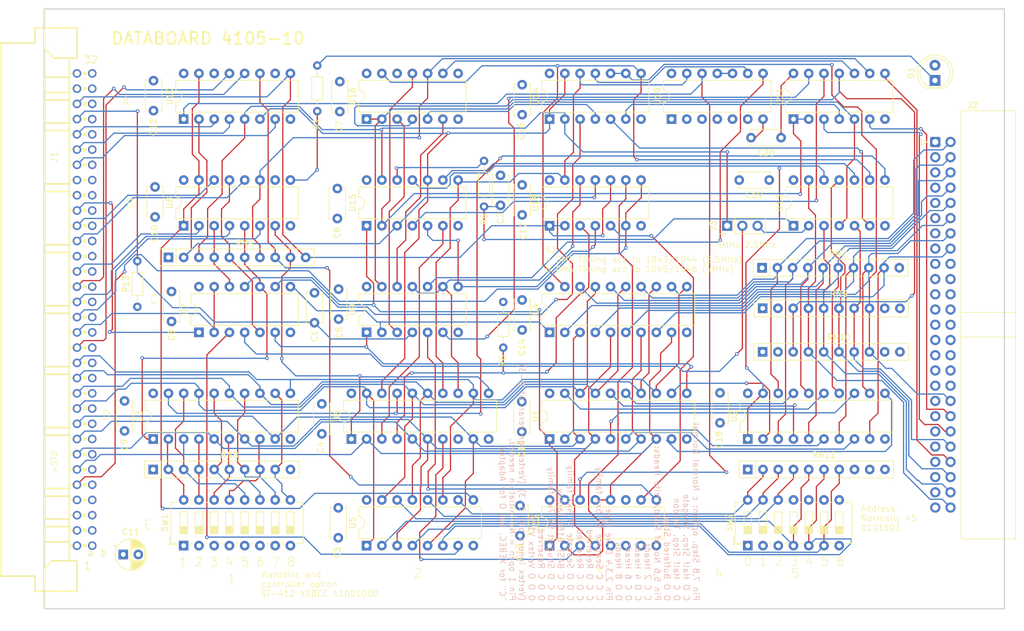
<source format=kicad_pcb>
(kicad_pcb
	(version 20240108)
	(generator "pcbnew")
	(generator_version "8.0")
	(general
		(thickness 1.6)
		(legacy_teardrops no)
	)
	(paper "A4")
	(layers
		(0 "F.Cu" signal)
		(1 "In1.Cu" signal)
		(2 "In2.Cu" signal)
		(31 "B.Cu" signal)
		(32 "B.Adhes" user "B.Adhesive")
		(33 "F.Adhes" user "F.Adhesive")
		(34 "B.Paste" user)
		(35 "F.Paste" user)
		(36 "B.SilkS" user "B.Silkscreen")
		(37 "F.SilkS" user "F.Silkscreen")
		(38 "B.Mask" user)
		(39 "F.Mask" user)
		(40 "Dwgs.User" user "User.Drawings")
		(41 "Cmts.User" user "User.Comments")
		(42 "Eco1.User" user "User.Eco1")
		(43 "Eco2.User" user "User.Eco2")
		(44 "Edge.Cuts" user)
		(45 "Margin" user)
		(46 "B.CrtYd" user "B.Courtyard")
		(47 "F.CrtYd" user "F.Courtyard")
		(48 "B.Fab" user)
		(49 "F.Fab" user)
		(50 "User.1" user)
		(51 "User.2" user)
		(52 "User.3" user)
		(53 "User.4" user)
		(54 "User.5" user)
		(55 "User.6" user)
		(56 "User.7" user)
		(57 "User.8" user)
		(58 "User.9" user)
	)
	(setup
		(stackup
			(layer "F.SilkS"
				(type "Top Silk Screen")
			)
			(layer "F.Paste"
				(type "Top Solder Paste")
			)
			(layer "F.Mask"
				(type "Top Solder Mask")
				(thickness 0.01)
			)
			(layer "F.Cu"
				(type "copper")
				(thickness 0.035)
			)
			(layer "dielectric 1"
				(type "prepreg")
				(thickness 0.1)
				(material "FR4")
				(epsilon_r 4.5)
				(loss_tangent 0.02)
			)
			(layer "In1.Cu"
				(type "copper")
				(thickness 0.035)
			)
			(layer "dielectric 2"
				(type "core")
				(thickness 1.24)
				(material "FR4")
				(epsilon_r 4.5)
				(loss_tangent 0.02)
			)
			(layer "In2.Cu"
				(type "copper")
				(thickness 0.035)
			)
			(layer "dielectric 3"
				(type "prepreg")
				(thickness 0.1)
				(material "FR4")
				(epsilon_r 4.5)
				(loss_tangent 0.02)
			)
			(layer "B.Cu"
				(type "copper")
				(thickness 0.035)
			)
			(layer "B.Mask"
				(type "Bottom Solder Mask")
				(thickness 0.01)
			)
			(layer "B.Paste"
				(type "Bottom Solder Paste")
			)
			(layer "B.SilkS"
				(type "Bottom Silk Screen")
			)
			(copper_finish "None")
			(dielectric_constraints no)
		)
		(pad_to_mask_clearance 0)
		(allow_soldermask_bridges_in_footprints no)
		(pcbplotparams
			(layerselection 0x00010fc_ffffffff)
			(plot_on_all_layers_selection 0x0000000_00000000)
			(disableapertmacros no)
			(usegerberextensions no)
			(usegerberattributes yes)
			(usegerberadvancedattributes yes)
			(creategerberjobfile yes)
			(dashed_line_dash_ratio 12.000000)
			(dashed_line_gap_ratio 3.000000)
			(svgprecision 4)
			(plotframeref no)
			(viasonmask no)
			(mode 1)
			(useauxorigin no)
			(hpglpennumber 1)
			(hpglpenspeed 20)
			(hpglpendiameter 15.000000)
			(pdf_front_fp_property_popups yes)
			(pdf_back_fp_property_popups yes)
			(dxfpolygonmode yes)
			(dxfimperialunits yes)
			(dxfusepcbnewfont yes)
			(psnegative no)
			(psa4output no)
			(plotreference yes)
			(plotvalue yes)
			(plotfptext yes)
			(plotinvisibletext no)
			(sketchpadsonfab no)
			(subtractmaskfromsilk no)
			(outputformat 1)
			(mirror no)
			(drillshape 1)
			(scaleselection 1)
			(outputdirectory "")
		)
	)
	(net 0 "")
	(net 1 "unconnected-(J2-Pin_32-Pad32)")
	(net 2 "Net-(J2-Pin_48)")
	(net 3 "Net-(J2-Pin_44)")
	(net 4 "Net-(J2-Pin_38)")
	(net 5 "unconnected-(J2-Pin_24-Pad24)")
	(net 6 "unconnected-(J2-Pin_26-Pad26)")
	(net 7 "Net-(J2-Pin_40)")
	(net 8 "Net-(J2-Pin_36)")
	(net 9 "unconnected-(J2-Pin_28-Pad28)")
	(net 10 "Net-(U1-Cp)")
	(net 11 "unconnected-(J2-Pin_30-Pad30)")
	(net 12 "Net-(U3-~{G2})")
	(net 13 "Net-(U4-~{G1})")
	(net 14 "Net-(U16B-~{R})")
	(net 15 "Net-(U10-OEb)")
	(net 16 "Net-(U6-D4)")
	(net 17 "unconnected-(J2-Pin_22-Pad22)")
	(net 18 "unconnected-(J2-Pin_34-Pad34)")
	(net 19 "/~{CS}")
	(net 20 "unconnected-(J2-Pin_18-Pad18)")
	(net 21 "/~{RST}")
	(net 22 "unconnected-(J2-Pin_20-Pad20)")
	(net 23 "/~{C3}")
	(net 24 "/~{INP}")
	(net 25 "/~{STAT}")
	(net 26 "VCC")
	(net 27 "GND")
	(net 28 "/~{PRAC}")
	(net 29 "/~{C1}")
	(net 30 "/~{OUT}")
	(net 31 "Net-(U16A-D)")
	(net 32 "Net-(D1-K)")
	(net 33 "Net-(U8-O4a)")
	(net 34 "Net-(J2-Pin_6)")
	(net 35 "Net-(J2-Pin_4)")
	(net 36 "Net-(J2-Pin_14)")
	(net 37 "Net-(J2-Pin_16)")
	(net 38 "Net-(J2-Pin_2)")
	(net 39 "Net-(J2-Pin_12)")
	(net 40 "Net-(J2-Pin_8)")
	(net 41 "Net-(J2-Pin_10)")
	(net 42 "Net-(U1-Q3)")
	(net 43 "Net-(U1-Q4)")
	(net 44 "Net-(U1-Q5)")
	(net 45 "Net-(U1-Q7)")
	(net 46 "Net-(U1-Q6)")
	(net 47 "/D2")
	(net 48 "/D4")
	(net 49 "Net-(U1-Q0)")
	(net 50 "Net-(U1-Q2)")
	(net 51 "/D7")
	(net 52 "/D6")
	(net 53 "/D3")
	(net 54 "Net-(U11-Pad13)")
	(net 55 "/D0")
	(net 56 "Net-(U1-~{Mr})")
	(net 57 "Net-(U1-Q1)")
	(net 58 "/D5")
	(net 59 "/D1")
	(net 60 "Net-(U12-Q3)")
	(net 61 "Net-(U16A-~{Q})")
	(net 62 "Net-(U16A-C)")
	(net 63 "/~{TRRQ}")
	(net 64 "/~{TREN}")
	(net 65 "Net-(U5-~{ST})")
	(net 66 "/~{CSB}")
	(net 67 "/~{R{slash}W}")
	(net 68 "/~{C4}")
	(net 69 "Net-(C2-Pad1)")
	(net 70 "Net-(U6-D1)")
	(net 71 "Net-(U12-~{Q0})")
	(net 72 "Net-(U6-D0)")
	(net 73 "Net-(U10-I3)")
	(net 74 "Net-(U6-D5)")
	(net 75 "Net-(J3-Pin_2)")
	(net 76 "Net-(U14-Pad3)")
	(net 77 "Net-(U15-Pad5)")
	(net 78 "Net-(U19-Pad8)")
	(net 79 "Net-(U10-OEa)")
	(net 80 "Net-(U11-Pad12)")
	(net 81 "Net-(U16B-Q)")
	(net 82 "Net-(U11-Pad4)")
	(net 83 "Net-(U2-OEa)")
	(net 84 "unconnected-(U12-~{Q2}-Pad11)")
	(net 85 "unconnected-(U12-~{Q1}-Pad6)")
	(net 86 "Net-(U12-Q0)")
	(net 87 "unconnected-(U12-Q1-Pad7)")
	(net 88 "Net-(U12-Q2)")
	(net 89 "unconnected-(U12-D1-Pad5)")
	(net 90 "Net-(U13-Pad6)")
	(net 91 "Net-(U13-Pad10)")
	(net 92 "Net-(U14-Pad11)")
	(net 93 "Net-(U16A-Q)")
	(net 94 "unconnected-(U16B-~{Q}-Pad8)")
	(net 95 "Net-(J3-Pin_3)")
	(net 96 "/~{INT}")
	(net 97 "Net-(U19-Pad10)")
	(net 98 "unconnected-(U19-Pad6)")
	(net 99 "unconnected-(U19-Pad3)")
	(net 100 "Net-(RN4-R4)")
	(net 101 "Net-(RN4-R8)")
	(net 102 "Net-(RN4-R6)")
	(net 103 "Net-(RN4-R5)")
	(net 104 "Net-(RN8-R1)")
	(net 105 "Net-(RN8-R4)")
	(net 106 "Net-(RN8-R7)")
	(net 107 "Net-(RN8-R5)")
	(net 108 "Net-(RN8-R6)")
	(net 109 "Net-(RN8-R8)")
	(net 110 "Net-(RN8-R3)")
	(net 111 "Net-(RN8-R2)")
	(net 112 "Net-(RN11-R3)")
	(net 113 "Net-(RN11-R1)")
	(net 114 "Net-(RN11-R2)")
	(net 115 "unconnected-(RN11-R8-Pad9)")
	(net 116 "unconnected-(RN11-R7-Pad8)")
	(net 117 "Net-(RN11-R4)")
	(net 118 "Net-(RN11-R6)")
	(net 119 "Net-(RN11-R5)")
	(net 120 "Net-(RN4-R3)")
	(net 121 "unconnected-(J1-Pin_b3-PadB3)")
	(net 122 "/rn4_10")
	(net 123 "/rn4_3")
	(net 124 "/rn4_2")
	(net 125 "/r10_4")
	(net 126 "/r10_6")
	(net 127 "/r10_7")
	(net 128 "unconnected-(RN9-R8-Pad9)")
	(net 129 "unconnected-(RN9-R1-Pad2)")
	(net 130 "unconnected-(RN10-R8-Pad9)")
	(net 131 "unconnected-(RN10-R1-Pad2)")
	(net 132 "unconnected-(RN2-R9-Pad10)")
	(net 133 "unconnected-(RN8-R9-Pad10)")
	(net 134 "unconnected-(RN9-R9-Pad10)")
	(net 135 "unconnected-(RN10-R9-Pad10)")
	(net 136 "unconnected-(RN11-R9-Pad10)")
	(net 137 "Net-(R5-Pad2)")
	(net 138 "unconnected-(J1-Pin_b13-PadB13)")
	(net 139 "unconnected-(J1-Pin_b23-PadB23)")
	(net 140 "unconnected-(J1-Pin_b14-PadB14)")
	(net 141 "unconnected-(J1-Pin_a24-PadA24)")
	(net 142 "unconnected-(J1-Pin_b5-PadB5)")
	(net 143 "unconnected-(J1-Pin_b9-PadB9)")
	(net 144 "unconnected-(J1-Pin_b19-PadB19)")
	(net 145 "unconnected-(J1-Pin_b30-PadB30)")
	(net 146 "unconnected-(J1-Pin_b21-PadB21)")
	(net 147 "unconnected-(J1-Pin_b20-PadB20)")
	(net 148 "unconnected-(J1-Pin_b32-PadB32)")
	(net 149 "unconnected-(J1-Pin_b26-PadB26)")
	(net 150 "unconnected-(J1-Pin_b11-PadB11)")
	(net 151 "unconnected-(J1-Pin_b10-PadB10)")
	(net 152 "unconnected-(J1-Pin_b24-PadB24)")
	(net 153 "unconnected-(J1-Pin_b18-PadB18)")
	(net 154 "unconnected-(J1-Pin_a32-PadA32)")
	(net 155 "unconnected-(J1-Pin_b6-PadB6)")
	(net 156 "unconnected-(J1-Pin_a1-PadA1)")
	(net 157 "unconnected-(J1-Pin_b1-PadB1)")
	(net 158 "unconnected-(J1-Pin_b4-PadB4)")
	(net 159 "unconnected-(J1-Pin_b12-PadB12)")
	(net 160 "unconnected-(J1-Pin_b15-PadB15)")
	(net 161 "unconnected-(J1-Pin_b25-PadB25)")
	(net 162 "unconnected-(J1-Pin_a25-PadA25)")
	(net 163 "unconnected-(J1-Pin_a4-PadA4)")
	(net 164 "unconnected-(J1-Pin_b16-PadB16)")
	(net 165 "unconnected-(J1-Pin_b7-PadB7)")
	(net 166 "unconnected-(J1-Pin_b28-PadB28)")
	(net 167 "unconnected-(J1-Pin_a20-PadA20)")
	(net 168 "unconnected-(J1-Pin_a3-PadA3)")
	(net 169 "unconnected-(J1-Pin_b17-PadB17)")
	(net 170 "unconnected-(J1-Pin_b8-PadB8)")
	(net 171 "unconnected-(J1-Pin_b22-PadB22)")
	(net 172 "unconnected-(J1-Pin_b27-PadB27)")
	(net 173 "unconnected-(J1-Pin_b29-PadB29)")
	(net 174 "Net-(RN10-R2)")
	(net 175 "unconnected-(SW2-Pad7)")
	(net 176 "unconnected-(SW2-Pad8)")
	(net 177 "/rn4_8")
	(net 178 "Net-(U16B-C)")
	(footprint "Package_DIP:DIP-16_W7.62mm" (layer "F.Cu") (at 83.2612 76.1492 90))
	(footprint "Resistor_THT:R_Array_SIP10" (layer "F.Cu") (at 78.1812 116.7892))
	(footprint "Package_DIP:DIP-14_W7.62mm" (layer "F.Cu") (at 144.2212 76.1492 90))
	(footprint "Capacitor_THT:C_Disc_D5.0mm_W2.5mm_P5.00mm" (layer "F.Cu") (at 109.2708 52.11 -90))
	(footprint "Package_DIP:DIP-16_W7.62mm" (layer "F.Cu") (at 83.2612 58.3692 90))
	(footprint "Resistor_THT:R_Axial_DIN0204_L3.6mm_D1.6mm_P7.62mm_Horizontal" (layer "F.Cu") (at 75.5396 89.662 90))
	(footprint "Capacitor_THT:C_Disc_D5.0mm_W2.5mm_P5.00mm" (layer "F.Cu") (at 78.232 51.9576 -90))
	(footprint "Capacitor_THT:C_Disc_D5.0mm_W2.5mm_P5.00mm" (layer "F.Cu") (at 182.7892 61.468 180))
	(footprint "Capacitor_THT:C_Disc_D5.0mm_W2.5mm_P5.00mm" (layer "F.Cu") (at 136.0424 72.7456 90))
	(footprint "Package_DIP:DIP-20_W7.62mm" (layer "F.Cu") (at 144.2212 93.9292 90))
	(footprint "Capacitor_THT:C_Disc_D5.0mm_W2.5mm_P5.00mm" (layer "F.Cu") (at 73.406 105.3592 -90))
	(footprint "Package_DIP:DIP-20_W7.62mm" (layer "F.Cu") (at 144.2212 111.7092 90))
	(footprint "Package_DIP:DIP-14_W7.62mm" (layer "F.Cu") (at 113.7412 58.3692 90))
	(footprint "Package_DIP:DIP-14_W7.62mm" (layer "F.Cu") (at 184.8612 76.1492 90))
	(footprint "Resistor_THT:R_Array_SIP10" (layer "F.Cu") (at 80.7212 81.4324))
	(footprint "Package_DIP:DIP-14_W7.62mm" (layer "F.Cu") (at 184.8612 58.3692 90))
	(footprint "Capacitor_THT:C_Disc_D5.0mm_W2.5mm_P5.00mm" (layer "F.Cu") (at 78.486 69.676 -90))
	(footprint "Package_DIP:DIP-20_W7.62mm" (layer "F.Cu") (at 111.2012 111.7092 90))
	(footprint "Capacitor_THT:C_Disc_D5.0mm_W2.5mm_P5.00mm" (layer "F.Cu") (at 139.6492 52.6288 -90))
	(footprint "Resistor_THT:R_Array_SIP10" (layer "F.Cu") (at 179.7304 89.916))
	(footprint "Package_DIP:DIP-14_W7.62mm" (layer "F.Cu") (at 164.5412 58.3692 90))
	(footprint "Capacitor_THT:C_Disc_D5.0mm_W2.5mm_P5.00mm" (layer "F.Cu") (at 109.0168 123.1792 -90))
	(footprint "Package_DIP:DIP-14_W7.62mm" (layer "F.Cu") (at 113.7412 76.1492 90))
	(footprint "Resistor_THT:R_Array_SIP10" (layer "F.Cu") (at 179.7304 97.1804))
	(footprint "Resistor_THT:R_Array_SIP10" (layer "F.Cu") (at 179.6288 83.1596))
	(footprint "Package_DIP:DIP-14_W7.62mm" (layer "F.Cu") (at 85.8012 93.9292 90))
	(footprint "Capacitor_THT:CP_Radial_D5.0mm_P2.50mm"
		(layer "F.Cu")
		(uuid "807212b6-d76e-4add-8b04-f41db56b04ed")
		(at 73.192 130.9624)
		(descr "CP, Radial series, Radial, pin pitch=2.50mm, , diameter=5mm, Electrolytic Capacitor")
		(tags "CP Radial series Radial pin pitch 2.50mm  diameter 5mm Electrolytic Capacitor")
		(property "Reference" "C11"
			(at 1.25 -3.75 0)
			(layer "F.SilkS")
			(uuid "aac6ba22-c554-452e-bdb7-09b64867eae8")
			(effects
				(font
					(size 1 1)
					(thickness 0.15)
				)
			)
		)
		(property "Value" "47uF"
			(at 1.25 3.75 0)
			(layer "F.Fab")
			(uuid "770bcbbf-cd52-4cd3-9cd8-c5f57cede8b7")
			(effects
				(font
					(size 1 1)
					(thickness 0.15)
				)
			)
		)
		(property "Footprint" "Capacitor_THT:CP_Radial_D5.0mm_P2.50mm"
			(at 0 0 0)
			(unlocked yes)
			(layer "F.Fab")
			(hide yes)
			(uuid "f015d08b-e09b-4e77-9036-d84d9549adb7")
			(effects
				(font
					(size 1.27 1.27)
					(thickness 0.15)
				)
			)
		)
		(property "Datasheet" ""
			(at 0 0 0)
			(unlocked yes)
			(layer "F.Fab")
			(hide yes)
			(uuid "cdd92070-08bd-4526-a44b-4f4fb9a7cc54")
			(effects
				(font
					(size 1.27 1.27)
					(thickness 0.15)
				)
			)
		)
		(property "Description" "Polarized capacitor, small symbol"
			(at 0 0 0)
			(unlocked yes)
			(layer "F.Fab")
			(hide yes)
			(uuid "f42eb0d1-048e-4a24-b304-45a7b9df8929")
			(effects
				(font
					(size 1.27 1.27)
					(thickness 0.15)
				)
			)
		)
		(property ki_fp_filters "CP_*")
		(path "/f3498465-5a1f-4b25-a628-4040846b0353")
		(sheetname "Root")
		(sheetfile "4680-4105.kicad_sch")
		(attr through_hole)
		(fp_line
			(start -1.554775 -1.475)
			(end -1.054775 -1.475)
			(stroke
				(width 0.12)
				(type solid)
			)
			(layer "F.SilkS")
			(uuid "5354fb41-425b-405c-aa2a-6c5cdb4dce8e")
		)
		(fp_line
			(start -1.304775 -1.725)
			(end -1.304775 -1.225)
			(stroke
				(width 0.12)
				(type solid)
			)
			(layer "F.SilkS")
			(uuid "1e1be11c-c11b-4a3b-b966-84ccda2e8cc4")
		)
		(fp_line
			(start 1.25 -2.58)
			(end 1.25 2.58)
			(stroke
				(width 0.12)
				(type solid)
			)
			(layer "F.SilkS")
			(uuid "a4a3f349-3f64-4098-b3fb-2341ecd6dcb0")
		)
		(fp_line
			(start 1.29 -2.58)
			(end 1.29 2.58)
			(stroke
				(width 0.12)
				(type solid)
			)
			(layer "F.SilkS")
			(uuid "667b4983-11cc-4046-a1e1-57a2c0681898")
		)
		(fp_line
			(start 1.33 -2.579)
			(end 1.33 2.579)
			(stroke
				(width 0.12)
				(type solid)
			)
			(layer "F.SilkS")
			(uuid "b2309d49-3a96-4f2c-bf45-a78c4e732c36")
		)
		(fp_line
			(start 1.37 -2.578)
			(end 1.37 2.578)
			(stroke
				(width 0.12)
				(type solid)
			)
			(layer "F.SilkS")
			(uuid "b086dc71-9bc6-4d03-a940-b474c397aaa1")
		)
		(fp_line
			(start 1.41 -2.576)
			(end 1.41 2.576)
			(stroke
				(width 0.12)
				(type solid)
			)
			(layer "F.SilkS")
			(uuid "b9f924af-9527-4d63-8567-26767aca599d")
		)
		(fp_line
			(start 1.45 -2.573)
			(end 1.45 2.573)
			(stroke
				(width 0.12)
				(type solid)
			)
			(layer "F.SilkS")
			(uuid "3b2552a1-96f3-445a-a600-155caf095aac")
		)
		(fp_line
			(start 1.49 -2.569)
			(end 1.49 -1.04)
			(stroke
				(width 0.12)
				(type solid)
			)
			(layer "F.SilkS")
			(uuid "11c0e19c-3c1d-4fd0-9298-bb7b8b1f24e7")
		)
		(fp_line
			(start 1.49 1.04)
			(end 1.49 2.569)
			(stroke
				(width 0.12)
				(type solid)
			)
			(layer "F.SilkS")
			(uuid "5b0557ed-c33a-4634-ae66-dc40338bbce5")
		)
		(fp_line
			(start 1.53 -2.565)
			(end 1.53 -1.04)
			(stroke
				(width 0.12)
				(type solid)
			)
			(layer "F.SilkS")
			(uuid "b41473b1-55e4-4afa-a45f-87c1631441cc")
		)
		(fp_line
			(start 1.53 1.04)
			(end 1.53 2.565)
			(stroke
				(width 0.12)
				(type solid)
			)
			(layer "F.SilkS")
			(uuid "3be51b44-fe9a-4f49-9da1-e0a632845a30")
		)
		(fp_line
			(start 1.57 -2.561)
			(end 1.57 -1.04)
			(stroke
				(width 0.12)
				(type solid)
			)
			(layer "F.SilkS")
			(uuid "b77722b0-2927-467e-9b5d-7f2d7525a610")
		)
		(fp_line
			(start 1.57 1.04)
			(end 1.57 2.561)
			(stroke
				(width 0.12)
				(type solid)
			)
			(layer "F.SilkS")
			(uuid "e72a8994-6cab-4bf3-8c72-61bfcd995c06")
		)
		(fp_line
			(start 1.61 -2.556)
			(end 1.61 -1.04)
			(stroke
				(width 0.12)
				(type solid)
			)
			(layer "F.SilkS")
			(uuid "0593f4ed-2ea1-4adb-80ce-428474b860d0")
		)
		(fp_line
			(start 1.61 1.04)
			(end 1.61 2.556)
			(stroke
				(width 0.12)
				(type solid)
			)
			(layer "F.SilkS")
			(uuid "eba72feb-2da4-46e7-8734-008e5cf7a83f")
		)
		(fp_line
			(start 1.65 -2.55)
			(end 1.65 -1.04)
			(stroke
				(width 0.12)
				(type solid)
			)
			(layer "F.SilkS")
			(uuid "dbe07b9c-8b4e-4deb-b750-9f74719ca594")
		)
		(fp_line
			(start 1.65 1.04)
			(end 1.65 2.55)
			(stroke
				(width 0.12)
				(type solid)
			)
			(layer "F.SilkS")
			(uuid "cbbd64d9-6e3e-4547-90c0-9d504832379f")
		)
		(fp_line
			(start 1.69 -2.543)
			(end 1.69 -1.04)
			(stroke
				(width 0.12)
				(type solid)
			)
			(layer "F.SilkS")
			(uuid "294d6b03-a98c-4881-9959-18f1270d23e5")
		)
		(fp_line
			(start 1.69 1.04)
			(end 1.69 2.543)
			(stroke
				(width 0.12)
				(type solid)
			)
			(layer "F.SilkS")
			(uuid "b1640257-813c-4ff0-b176-c54787e309a8")
		)
		(fp_line
			(start 1.73 -2.536)
			(end 1.73 -1.04)
			(stroke
				(width 0.12)
				(type solid)
			)
			(layer "F.SilkS")
			(uuid "879fb981-eb75-452d-ad12-102be1e2b59e")
		)
		(fp_line
			(start 1.73 1.04)
			(end 1.73 2.536)
			(stroke
				(width 0.12)
				(type solid)
			)
			(layer "F.SilkS")
			(uuid "f70d4e21-2995-4b42-a66f-1d180bda201c")
		)
		(fp_line
			(start 1.77 -2.528)
			(end 1.77 -1.04)
			(stroke
				(width 0.12)
				(type solid)
			)
			(layer "F.SilkS")
			(uuid "df16a672-b0ab-4926-97f3-899de27222df")
		)
		(fp_line
			(start 1.77 1.04)
			(end 1.77 2.528)
			(stroke
				(width 0.12)
				(type solid)
			)
			(layer "F.SilkS")
			(uuid "2037b11e-abf8-46f6-bd07-e76dbcb84346")
		)
		(fp_line
			(start 1.81 -2.52)
			(end 1.81 -1.04)
			(stroke
				(width 0.12)
				(type solid)
			)
			(layer "F.SilkS")
			(uuid "90a896d3-0560-4902-893d-c8aa2e53d6d4")
		)
		(fp_line
			(start 1.81 1.04)
			(end 1.81 2.52)
			(stroke
				(width 0.12)
				(type solid)
			)
			(layer "F.SilkS")
			(uuid "11e6598f-d2db-4463-a968-4eefe31c3bce")
		)
		(fp_line
			(start 1.85 -2.511)
			(end 1.85 -1.04)
			(stroke
				(width 0.12)
				(type solid)
			)
			(layer "F.SilkS")
			(uuid "af3777dc-7d6a-4b76-ab8e-92e9e34feefd")
		)
		(fp_line
			(start 1.85 1.04)
			(end 1.85 2.511)
			(stroke
				(width 0.12)
				(type solid)
			)
			(layer "F.SilkS")
			(uuid "47d39f74-0b55-46f1-8b80-ef1d99f88181")
		)
		(fp_line
			(start 1.89 -2.501)
			(end 1.89 -1.04)
			(stroke
				(width 0.12)
				(type solid)
			)
			(layer "F.SilkS")
			(uuid "58f0d9e4-24f5-4a11-800b-1f31440a3b75")
		)
		(fp_line
			(start 1.89 1.04)
			(end 1.89 2.501)
			(stroke
				(width 0.12)
				(type solid)
			)
			(layer "F.SilkS")
			(uuid "67de5794-8601-4bf0-ac39-2f8361070bed")
		)
		(fp_line
			(start 1.93 -2.491)
			(end 1.93 -1.04)
			(stroke
				(width 0.12)
				(type solid)
			)
			(layer "F.SilkS")
			(uuid "191be62c-ded7-492f-8bf4-e90063168597")
		)
		(fp_line
			(start 1.93 1.04)
			(end 1.93 2.491)
			(stroke
				(width 0.12)
				(type solid)
			)
			(layer "F.SilkS")
			(uuid "34dbfcbc-d984-4ef1-a5a6-f0bf37c43a4c")
		)
		(fp_line
			(start 1.971 -2.48)
			(end 1.971 -1.04)
			(stroke
				(width 0.12)
				(type solid)
			)
			(layer "F.SilkS")
			(uuid "1f972e35-1f81-4861-91a7-cbd8e142e6ef")
		)
		(fp_line
			(start 1.971 1.04)
			(end 1.971 2.48)
			(stroke
				(width 0.12)
				(type solid)
			)
			(layer "F.SilkS")
			(uuid "667a1ec7-d6c3-4653-b71d-1f125b13f9c0")
		)
		(fp_line
			(start 2.011 -2.468)
			(end 2.011 -1.04)
			(stroke
				(width 0.12)
				(type solid)
			)
			(layer "F.SilkS")
			(uuid "93962659-cad7-4843-b40f-ac3f26fa08f2")
		)
		(fp_line
			(start 2.011 1.04)
			(end 2.011 2.468)
			(stroke
				(width 0.12)
				(type solid)
			)
			(layer "F.SilkS")
			(uuid "6ed32db6-fb2b-4c70-95c1-c416b82b9a42")
		)
		(fp_line
			(start 2.051 -2.455)
			(end 2.051 -1.04)
			(stroke
				(width 0.12)
				(type solid)
			)
			(layer "F.SilkS")
			(uuid "0b141cd4-5708-416d-8998-18c29eae4e43")
		)
		(fp_line
			(start 2.051 1.04)
			(end 2.051 2.455)
			(stroke
				(width 0.12)
				(type solid)
			)
			(layer "F.SilkS")
			(uuid "6cc05d5a-f1d2-4f01-ae4a-0a34587d972b")
		)
		(fp_line
			(start 2.091 -2.442)
			(end 2.091 -1.04)
			(stroke
				(width 0.12)
				(type solid)
			)
			(layer "F.SilkS")
			(uuid "4799b712-0a28-4b81-
... [2362777 chars truncated]
</source>
